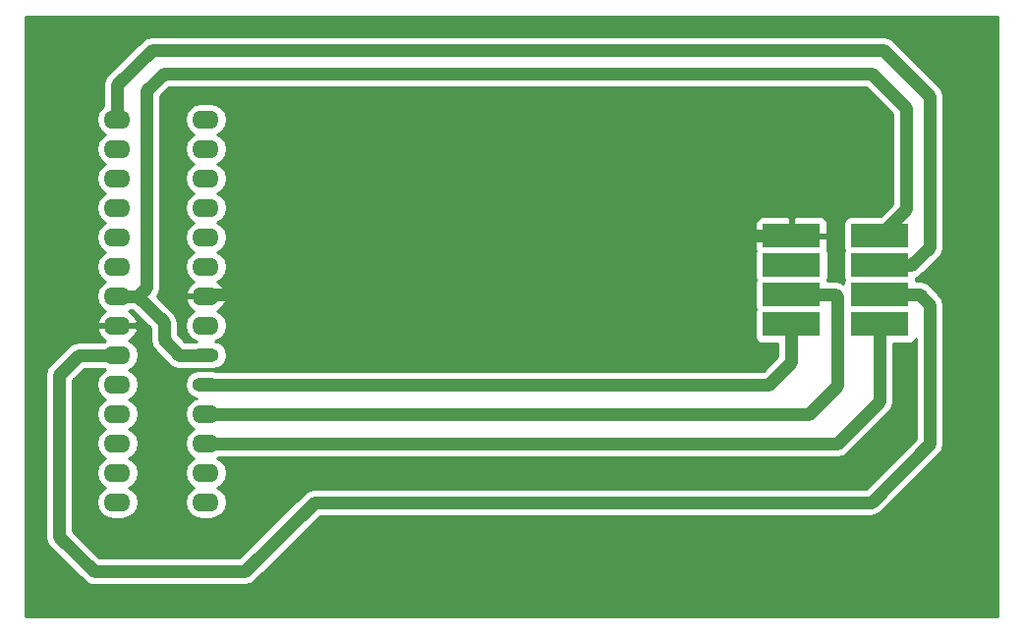
<source format=gbr>
G04 #@! TF.FileFunction,Copper,L2,Bot,Signal*
%FSLAX46Y46*%
G04 Gerber Fmt 4.6, Leading zero omitted, Abs format (unit mm)*
G04 Created by KiCad (PCBNEW 4.0.5+dfsg1-4) date Mon Apr  3 14:51:24 2017*
%MOMM*%
%LPD*%
G01*
G04 APERTURE LIST*
%ADD10C,0.100000*%
%ADD11O,2.300000X1.600000*%
%ADD12O,2.300000X1.200000*%
%ADD13R,5.000000X2.100000*%
%ADD14C,1.100000*%
%ADD15C,0.254000*%
G04 APERTURE END LIST*
D10*
D11*
X109000000Y-110000000D03*
X109000000Y-112540000D03*
X109000000Y-115080000D03*
X109000000Y-117620000D03*
X109000000Y-120160000D03*
X109000000Y-122700000D03*
X109000000Y-125240000D03*
X109000000Y-127780000D03*
X109000000Y-130320000D03*
X109000000Y-132860000D03*
X109000000Y-135400000D03*
X109000000Y-137940000D03*
X109000000Y-140480000D03*
X109000000Y-143020000D03*
X116620000Y-143020000D03*
X116620000Y-140480000D03*
X116620000Y-137940000D03*
X116620000Y-135400000D03*
D12*
X116620000Y-132860000D03*
X116620000Y-130320000D03*
D11*
X116620000Y-127780000D03*
X116620000Y-125240000D03*
X116620000Y-122700000D03*
X116620000Y-120160000D03*
X116620000Y-117620000D03*
X116620000Y-115080000D03*
X116620000Y-112540000D03*
X116620000Y-110000000D03*
D13*
X167090000Y-127660000D03*
X167090000Y-125120000D03*
X167090000Y-122580000D03*
X167090000Y-120040000D03*
X174710000Y-127660000D03*
X174710000Y-125120000D03*
X174710000Y-122580000D03*
X174710000Y-120040000D03*
X174710000Y-120040000D03*
X174710000Y-122580000D03*
X174710000Y-125120000D03*
X174710000Y-127660000D03*
X167090000Y-120040000D03*
X167090000Y-122580000D03*
X167090000Y-125120000D03*
X167090000Y-127660000D03*
D14*
X109000000Y-110000000D02*
X109000000Y-107000000D01*
X109000000Y-107000000D02*
X112000000Y-104000000D01*
X174710000Y-122580000D02*
X177420000Y-122580000D01*
X177420000Y-122580000D02*
X179000000Y-121000000D01*
X179000000Y-121000000D02*
X179000000Y-108000000D01*
X179000000Y-108000000D02*
X175000000Y-104000000D01*
X175000000Y-104000000D02*
X112000000Y-104000000D01*
X111500000Y-124500000D02*
X111500000Y-107500000D01*
X177000000Y-117750000D02*
X174710000Y-120040000D01*
X177000000Y-109000000D02*
X177000000Y-117750000D01*
X174000000Y-106000000D02*
X177000000Y-109000000D01*
X113000000Y-106000000D02*
X174000000Y-106000000D01*
X111500000Y-107500000D02*
X113000000Y-106000000D01*
X111500000Y-124500000D02*
X110760000Y-125240000D01*
X109000000Y-125240000D02*
X110760000Y-125240000D01*
X114320000Y-130320000D02*
X116620000Y-130320000D01*
X113000000Y-129000000D02*
X114320000Y-130320000D01*
X113000000Y-127480000D02*
X113000000Y-129000000D01*
X110760000Y-125240000D02*
X113000000Y-127480000D01*
X167090000Y-120040000D02*
X156040000Y-120040000D01*
X151000000Y-125080000D02*
X116780000Y-125080000D01*
X156040000Y-120040000D02*
X151000000Y-125080000D01*
X116780000Y-125080000D02*
X116620000Y-125240000D01*
X169000000Y-143000000D02*
X158000000Y-143000000D01*
X158000000Y-143000000D02*
X156000000Y-143000000D01*
X174710000Y-125120000D02*
X178120000Y-125120000D01*
X105680000Y-130320000D02*
X109000000Y-130320000D01*
X104000000Y-132000000D02*
X105680000Y-130320000D01*
X104000000Y-146000000D02*
X104000000Y-132000000D01*
X107000000Y-149000000D02*
X104000000Y-146000000D01*
X120000000Y-149000000D02*
X107000000Y-149000000D01*
X126000000Y-143000000D02*
X120000000Y-149000000D01*
X174000000Y-143000000D02*
X169000000Y-143000000D01*
X156000000Y-143000000D02*
X126000000Y-143000000D01*
X179000000Y-138000000D02*
X174000000Y-143000000D01*
X179000000Y-126000000D02*
X179000000Y-138000000D01*
X178120000Y-125120000D02*
X179000000Y-126000000D01*
X174710000Y-127660000D02*
X174710000Y-134290000D01*
X171060000Y-137940000D02*
X116620000Y-137940000D01*
X174710000Y-134290000D02*
X171060000Y-137940000D01*
X167090000Y-125120000D02*
X170880000Y-125120000D01*
X168600000Y-135400000D02*
X116620000Y-135400000D01*
X171000000Y-133000000D02*
X168600000Y-135400000D01*
X171000000Y-125240000D02*
X171000000Y-133000000D01*
X170880000Y-125120000D02*
X171000000Y-125240000D01*
X167090000Y-127660000D02*
X167090000Y-130910000D01*
X165140000Y-132860000D02*
X116620000Y-132860000D01*
X167090000Y-130910000D02*
X165140000Y-132860000D01*
D15*
G36*
X184873000Y-152873000D02*
X101127000Y-152873000D01*
X101127000Y-132000000D01*
X102814999Y-132000000D01*
X102815000Y-132000005D01*
X102815000Y-145999995D01*
X102814999Y-146000000D01*
X102905203Y-146453480D01*
X103162078Y-146837922D01*
X106162076Y-149837919D01*
X106162078Y-149837922D01*
X106546520Y-150094797D01*
X106621758Y-150109763D01*
X107000000Y-150185001D01*
X107000005Y-150185000D01*
X119999995Y-150185000D01*
X120000000Y-150185001D01*
X120453480Y-150094797D01*
X120837922Y-149837922D01*
X126490843Y-144185000D01*
X173999995Y-144185000D01*
X174000000Y-144185001D01*
X174453480Y-144094797D01*
X174837922Y-143837922D01*
X179837919Y-138837924D01*
X179837922Y-138837922D01*
X180094797Y-138453480D01*
X180109763Y-138378242D01*
X180185001Y-138000000D01*
X180185000Y-137999995D01*
X180185000Y-126000005D01*
X180185001Y-126000000D01*
X180094797Y-125546520D01*
X179974846Y-125367000D01*
X179837922Y-125162078D01*
X179837919Y-125162076D01*
X178957922Y-124282078D01*
X178573480Y-124025203D01*
X178120000Y-123934999D01*
X178119995Y-123935000D01*
X177832038Y-123935000D01*
X177814524Y-123841924D01*
X177847314Y-123680002D01*
X177873480Y-123674797D01*
X178257922Y-123417922D01*
X179837919Y-121837924D01*
X179837922Y-121837922D01*
X180094797Y-121453480D01*
X180185000Y-121000000D01*
X180185000Y-108000000D01*
X180094797Y-107546520D01*
X179837922Y-107162078D01*
X179837919Y-107162076D01*
X175837922Y-103162078D01*
X175453480Y-102905203D01*
X175000000Y-102814999D01*
X174999995Y-102815000D01*
X112000005Y-102815000D01*
X112000000Y-102814999D01*
X111621758Y-102890237D01*
X111546520Y-102905203D01*
X111162078Y-103162078D01*
X111162076Y-103162081D01*
X108162078Y-106162078D01*
X107905203Y-106546520D01*
X107814999Y-107000000D01*
X107815000Y-107000005D01*
X107815000Y-108841865D01*
X107600332Y-108985302D01*
X107289263Y-109450849D01*
X107180030Y-110000000D01*
X107289263Y-110549151D01*
X107600332Y-111014698D01*
X107982418Y-111270000D01*
X107600332Y-111525302D01*
X107289263Y-111990849D01*
X107180030Y-112540000D01*
X107289263Y-113089151D01*
X107600332Y-113554698D01*
X107982418Y-113810000D01*
X107600332Y-114065302D01*
X107289263Y-114530849D01*
X107180030Y-115080000D01*
X107289263Y-115629151D01*
X107600332Y-116094698D01*
X107982418Y-116350000D01*
X107600332Y-116605302D01*
X107289263Y-117070849D01*
X107180030Y-117620000D01*
X107289263Y-118169151D01*
X107600332Y-118634698D01*
X107982418Y-118890000D01*
X107600332Y-119145302D01*
X107289263Y-119610849D01*
X107180030Y-120160000D01*
X107289263Y-120709151D01*
X107600332Y-121174698D01*
X107982418Y-121430000D01*
X107600332Y-121685302D01*
X107289263Y-122150849D01*
X107180030Y-122700000D01*
X107289263Y-123249151D01*
X107600332Y-123714698D01*
X107982418Y-123970000D01*
X107600332Y-124225302D01*
X107289263Y-124690849D01*
X107180030Y-125240000D01*
X107289263Y-125789151D01*
X107600332Y-126254698D01*
X107978151Y-126507149D01*
X107545500Y-126855104D01*
X107275633Y-127348181D01*
X107258096Y-127430961D01*
X107380085Y-127653000D01*
X108873000Y-127653000D01*
X108873000Y-127633000D01*
X109127000Y-127633000D01*
X109127000Y-127653000D01*
X110619915Y-127653000D01*
X110741904Y-127430961D01*
X110724367Y-127348181D01*
X110454500Y-126855104D01*
X110021849Y-126507149D01*
X110144793Y-126425000D01*
X110269156Y-126425000D01*
X111815000Y-127970843D01*
X111815000Y-128999995D01*
X111814999Y-129000000D01*
X111905203Y-129453480D01*
X112162078Y-129837922D01*
X113482076Y-131157919D01*
X113482078Y-131157922D01*
X113866520Y-131414797D01*
X114320000Y-131505001D01*
X114320005Y-131505000D01*
X115783664Y-131505000D01*
X116035030Y-131555000D01*
X117204970Y-131555000D01*
X117677584Y-131460991D01*
X118078247Y-131193277D01*
X118345961Y-130792614D01*
X118439970Y-130320000D01*
X118345961Y-129847386D01*
X118078247Y-129446723D01*
X117677584Y-129179009D01*
X117431747Y-129130109D01*
X117554121Y-129105767D01*
X118019668Y-128794698D01*
X118330737Y-128329151D01*
X118439970Y-127780000D01*
X118330737Y-127230849D01*
X118019668Y-126765302D01*
X117641849Y-126512851D01*
X118074500Y-126164896D01*
X118344367Y-125671819D01*
X118361904Y-125589039D01*
X118239915Y-125367000D01*
X116747000Y-125367000D01*
X116747000Y-125387000D01*
X116493000Y-125387000D01*
X116493000Y-125367000D01*
X115000085Y-125367000D01*
X114878096Y-125589039D01*
X114895633Y-125671819D01*
X115165500Y-126164896D01*
X115598151Y-126512851D01*
X115220332Y-126765302D01*
X114909263Y-127230849D01*
X114800030Y-127780000D01*
X114909263Y-128329151D01*
X115220332Y-128794698D01*
X115685879Y-129105767D01*
X115808253Y-129130109D01*
X115783664Y-129135000D01*
X114810843Y-129135000D01*
X114185000Y-128509156D01*
X114185000Y-127480000D01*
X114094797Y-127026520D01*
X113837922Y-126642078D01*
X113837919Y-126642076D01*
X112416366Y-125220522D01*
X112594797Y-124953480D01*
X112685001Y-124500000D01*
X112685000Y-124499995D01*
X112685000Y-110000000D01*
X114800030Y-110000000D01*
X114909263Y-110549151D01*
X115220332Y-111014698D01*
X115602418Y-111270000D01*
X115220332Y-111525302D01*
X114909263Y-111990849D01*
X114800030Y-112540000D01*
X114909263Y-113089151D01*
X115220332Y-113554698D01*
X115602418Y-113810000D01*
X115220332Y-114065302D01*
X114909263Y-114530849D01*
X114800030Y-115080000D01*
X114909263Y-115629151D01*
X115220332Y-116094698D01*
X115602418Y-116350000D01*
X115220332Y-116605302D01*
X114909263Y-117070849D01*
X114800030Y-117620000D01*
X114909263Y-118169151D01*
X115220332Y-118634698D01*
X115602418Y-118890000D01*
X115220332Y-119145302D01*
X114909263Y-119610849D01*
X114800030Y-120160000D01*
X114909263Y-120709151D01*
X115220332Y-121174698D01*
X115602418Y-121430000D01*
X115220332Y-121685302D01*
X114909263Y-122150849D01*
X114800030Y-122700000D01*
X114909263Y-123249151D01*
X115220332Y-123714698D01*
X115598151Y-123967149D01*
X115165500Y-124315104D01*
X114895633Y-124808181D01*
X114878096Y-124890961D01*
X115000085Y-125113000D01*
X116493000Y-125113000D01*
X116493000Y-125093000D01*
X116747000Y-125093000D01*
X116747000Y-125113000D01*
X118239915Y-125113000D01*
X118361904Y-124890961D01*
X118344367Y-124808181D01*
X118074500Y-124315104D01*
X117641849Y-123967149D01*
X118019668Y-123714698D01*
X118330737Y-123249151D01*
X118439970Y-122700000D01*
X118330737Y-122150849D01*
X118019668Y-121685302D01*
X117637582Y-121430000D01*
X118019668Y-121174698D01*
X118330737Y-120709151D01*
X118439970Y-120160000D01*
X118330737Y-119610849D01*
X118019668Y-119145302D01*
X117637582Y-118890000D01*
X117676957Y-118863690D01*
X163955000Y-118863690D01*
X163955000Y-119754250D01*
X164113750Y-119913000D01*
X166963000Y-119913000D01*
X166963000Y-118513750D01*
X167217000Y-118513750D01*
X167217000Y-119913000D01*
X170066250Y-119913000D01*
X170225000Y-119754250D01*
X170225000Y-118863690D01*
X170128327Y-118630301D01*
X169949698Y-118451673D01*
X169716309Y-118355000D01*
X167375750Y-118355000D01*
X167217000Y-118513750D01*
X166963000Y-118513750D01*
X166804250Y-118355000D01*
X164463691Y-118355000D01*
X164230302Y-118451673D01*
X164051673Y-118630301D01*
X163955000Y-118863690D01*
X117676957Y-118863690D01*
X118019668Y-118634698D01*
X118330737Y-118169151D01*
X118439970Y-117620000D01*
X118330737Y-117070849D01*
X118019668Y-116605302D01*
X117637582Y-116350000D01*
X118019668Y-116094698D01*
X118330737Y-115629151D01*
X118439970Y-115080000D01*
X118330737Y-114530849D01*
X118019668Y-114065302D01*
X117637582Y-113810000D01*
X118019668Y-113554698D01*
X118330737Y-113089151D01*
X118439970Y-112540000D01*
X118330737Y-111990849D01*
X118019668Y-111525302D01*
X117637582Y-111270000D01*
X118019668Y-111014698D01*
X118330737Y-110549151D01*
X118439970Y-110000000D01*
X118330737Y-109450849D01*
X118019668Y-108985302D01*
X117554121Y-108674233D01*
X117004970Y-108565000D01*
X116235030Y-108565000D01*
X115685879Y-108674233D01*
X115220332Y-108985302D01*
X114909263Y-109450849D01*
X114800030Y-110000000D01*
X112685000Y-110000000D01*
X112685000Y-107990844D01*
X113490843Y-107185000D01*
X173509156Y-107185000D01*
X175815000Y-109490843D01*
X175815000Y-117259157D01*
X174731596Y-118342560D01*
X172210000Y-118342560D01*
X171974683Y-118386838D01*
X171758559Y-118525910D01*
X171613569Y-118738110D01*
X171562560Y-118990000D01*
X171562560Y-121090000D01*
X171605476Y-121318076D01*
X171562560Y-121530000D01*
X171562560Y-123630000D01*
X171605476Y-123858076D01*
X171562560Y-124070000D01*
X171562560Y-124178269D01*
X171333480Y-124025203D01*
X170880000Y-123934999D01*
X170879995Y-123935000D01*
X170212038Y-123935000D01*
X170194524Y-123841924D01*
X170237440Y-123630000D01*
X170237440Y-121530000D01*
X170193162Y-121294683D01*
X170192782Y-121294092D01*
X170225000Y-121216310D01*
X170225000Y-120325750D01*
X170066250Y-120167000D01*
X167217000Y-120167000D01*
X167217000Y-120187000D01*
X166963000Y-120187000D01*
X166963000Y-120167000D01*
X164113750Y-120167000D01*
X163955000Y-120325750D01*
X163955000Y-121216310D01*
X163989310Y-121299142D01*
X163942560Y-121530000D01*
X163942560Y-123630000D01*
X163985476Y-123858076D01*
X163942560Y-124070000D01*
X163942560Y-126170000D01*
X163985476Y-126398076D01*
X163942560Y-126610000D01*
X163942560Y-128710000D01*
X163986838Y-128945317D01*
X164125910Y-129161441D01*
X164338110Y-129306431D01*
X164590000Y-129357440D01*
X165905000Y-129357440D01*
X165905000Y-130419157D01*
X164649156Y-131675000D01*
X117456336Y-131675000D01*
X117204970Y-131625000D01*
X116035030Y-131625000D01*
X115562416Y-131719009D01*
X115161753Y-131986723D01*
X114894039Y-132387386D01*
X114800030Y-132860000D01*
X114894039Y-133332614D01*
X115161753Y-133733277D01*
X115562416Y-134000991D01*
X115808253Y-134049891D01*
X115685879Y-134074233D01*
X115220332Y-134385302D01*
X114909263Y-134850849D01*
X114800030Y-135400000D01*
X114909263Y-135949151D01*
X115220332Y-136414698D01*
X115602418Y-136670000D01*
X115220332Y-136925302D01*
X114909263Y-137390849D01*
X114800030Y-137940000D01*
X114909263Y-138489151D01*
X115220332Y-138954698D01*
X115602418Y-139210000D01*
X115220332Y-139465302D01*
X114909263Y-139930849D01*
X114800030Y-140480000D01*
X114909263Y-141029151D01*
X115220332Y-141494698D01*
X115602418Y-141750000D01*
X115220332Y-142005302D01*
X114909263Y-142470849D01*
X114800030Y-143020000D01*
X114909263Y-143569151D01*
X115220332Y-144034698D01*
X115685879Y-144345767D01*
X116235030Y-144455000D01*
X117004970Y-144455000D01*
X117554121Y-144345767D01*
X118019668Y-144034698D01*
X118330737Y-143569151D01*
X118439970Y-143020000D01*
X118330737Y-142470849D01*
X118019668Y-142005302D01*
X117637582Y-141750000D01*
X118019668Y-141494698D01*
X118330737Y-141029151D01*
X118439970Y-140480000D01*
X118330737Y-139930849D01*
X118019668Y-139465302D01*
X117637582Y-139210000D01*
X117764793Y-139125000D01*
X171059995Y-139125000D01*
X171060000Y-139125001D01*
X171513480Y-139034797D01*
X171897922Y-138777922D01*
X175547919Y-135127924D01*
X175547922Y-135127922D01*
X175804797Y-134743480D01*
X175804798Y-134743479D01*
X175895001Y-134290000D01*
X175895000Y-134289995D01*
X175895000Y-129357440D01*
X177210000Y-129357440D01*
X177445317Y-129313162D01*
X177661441Y-129174090D01*
X177806431Y-128961890D01*
X177815000Y-128919575D01*
X177815000Y-137509157D01*
X173509156Y-141815000D01*
X126000000Y-141815000D01*
X125546520Y-141905203D01*
X125162078Y-142162078D01*
X125162076Y-142162081D01*
X119509156Y-147815000D01*
X107490843Y-147815000D01*
X105185000Y-145509156D01*
X105185000Y-132490844D01*
X106170843Y-131505000D01*
X107855207Y-131505000D01*
X107982418Y-131590000D01*
X107600332Y-131845302D01*
X107289263Y-132310849D01*
X107180030Y-132860000D01*
X107289263Y-133409151D01*
X107600332Y-133874698D01*
X107982418Y-134130000D01*
X107600332Y-134385302D01*
X107289263Y-134850849D01*
X107180030Y-135400000D01*
X107289263Y-135949151D01*
X107600332Y-136414698D01*
X107982418Y-136670000D01*
X107600332Y-136925302D01*
X107289263Y-137390849D01*
X107180030Y-137940000D01*
X107289263Y-138489151D01*
X107600332Y-138954698D01*
X107982418Y-139210000D01*
X107600332Y-139465302D01*
X107289263Y-139930849D01*
X107180030Y-140480000D01*
X107289263Y-141029151D01*
X107600332Y-141494698D01*
X107982418Y-141750000D01*
X107600332Y-142005302D01*
X107289263Y-142470849D01*
X107180030Y-143020000D01*
X107289263Y-143569151D01*
X107600332Y-144034698D01*
X108065879Y-144345767D01*
X108615030Y-144455000D01*
X109384970Y-144455000D01*
X109934121Y-144345767D01*
X110399668Y-144034698D01*
X110710737Y-143569151D01*
X110819970Y-143020000D01*
X110710737Y-142470849D01*
X110399668Y-142005302D01*
X110017582Y-141750000D01*
X110399668Y-141494698D01*
X110710737Y-141029151D01*
X110819970Y-140480000D01*
X110710737Y-139930849D01*
X110399668Y-139465302D01*
X110017582Y-139210000D01*
X110399668Y-138954698D01*
X110710737Y-138489151D01*
X110819970Y-137940000D01*
X110710737Y-137390849D01*
X110399668Y-136925302D01*
X110017582Y-136670000D01*
X110399668Y-136414698D01*
X110710737Y-135949151D01*
X110819970Y-135400000D01*
X110710737Y-134850849D01*
X110399668Y-134385302D01*
X110017582Y-134130000D01*
X110399668Y-133874698D01*
X110710737Y-133409151D01*
X110819970Y-132860000D01*
X110710737Y-132310849D01*
X110399668Y-131845302D01*
X110017582Y-131590000D01*
X110399668Y-131334698D01*
X110710737Y-130869151D01*
X110819970Y-130320000D01*
X110710737Y-129770849D01*
X110399668Y-129305302D01*
X110021849Y-129052851D01*
X110454500Y-128704896D01*
X110724367Y-128211819D01*
X110741904Y-128129039D01*
X110619915Y-127907000D01*
X109127000Y-127907000D01*
X109127000Y-127927000D01*
X108873000Y-127927000D01*
X108873000Y-127907000D01*
X107380085Y-127907000D01*
X107258096Y-128129039D01*
X107275633Y-128211819D01*
X107545500Y-128704896D01*
X107978151Y-129052851D01*
X107855207Y-129135000D01*
X105680005Y-129135000D01*
X105680000Y-129134999D01*
X105301758Y-129210237D01*
X105226520Y-129225203D01*
X104842078Y-129482078D01*
X104842076Y-129482081D01*
X103162078Y-131162078D01*
X102905203Y-131546520D01*
X102814999Y-132000000D01*
X101127000Y-132000000D01*
X101127000Y-101127000D01*
X184873000Y-101127000D01*
X184873000Y-152873000D01*
X184873000Y-152873000D01*
G37*
X184873000Y-152873000D02*
X101127000Y-152873000D01*
X101127000Y-132000000D01*
X102814999Y-132000000D01*
X102815000Y-132000005D01*
X102815000Y-145999995D01*
X102814999Y-146000000D01*
X102905203Y-146453480D01*
X103162078Y-146837922D01*
X106162076Y-149837919D01*
X106162078Y-149837922D01*
X106546520Y-150094797D01*
X106621758Y-150109763D01*
X107000000Y-150185001D01*
X107000005Y-150185000D01*
X119999995Y-150185000D01*
X120000000Y-150185001D01*
X120453480Y-150094797D01*
X120837922Y-149837922D01*
X126490843Y-144185000D01*
X173999995Y-144185000D01*
X174000000Y-144185001D01*
X174453480Y-144094797D01*
X174837922Y-143837922D01*
X179837919Y-138837924D01*
X179837922Y-138837922D01*
X180094797Y-138453480D01*
X180109763Y-138378242D01*
X180185001Y-138000000D01*
X180185000Y-137999995D01*
X180185000Y-126000005D01*
X180185001Y-126000000D01*
X180094797Y-125546520D01*
X179974846Y-125367000D01*
X179837922Y-125162078D01*
X179837919Y-125162076D01*
X178957922Y-124282078D01*
X178573480Y-124025203D01*
X178120000Y-123934999D01*
X178119995Y-123935000D01*
X177832038Y-123935000D01*
X177814524Y-123841924D01*
X177847314Y-123680002D01*
X177873480Y-123674797D01*
X178257922Y-123417922D01*
X179837919Y-121837924D01*
X179837922Y-121837922D01*
X180094797Y-121453480D01*
X180185000Y-121000000D01*
X180185000Y-108000000D01*
X180094797Y-107546520D01*
X179837922Y-107162078D01*
X179837919Y-107162076D01*
X175837922Y-103162078D01*
X175453480Y-102905203D01*
X175000000Y-102814999D01*
X174999995Y-102815000D01*
X112000005Y-102815000D01*
X112000000Y-102814999D01*
X111621758Y-102890237D01*
X111546520Y-102905203D01*
X111162078Y-103162078D01*
X111162076Y-103162081D01*
X108162078Y-106162078D01*
X107905203Y-106546520D01*
X107814999Y-107000000D01*
X107815000Y-107000005D01*
X107815000Y-108841865D01*
X107600332Y-108985302D01*
X107289263Y-109450849D01*
X107180030Y-110000000D01*
X107289263Y-110549151D01*
X107600332Y-111014698D01*
X107982418Y-111270000D01*
X107600332Y-111525302D01*
X107289263Y-111990849D01*
X107180030Y-112540000D01*
X107289263Y-113089151D01*
X107600332Y-113554698D01*
X107982418Y-113810000D01*
X107600332Y-114065302D01*
X107289263Y-114530849D01*
X107180030Y-115080000D01*
X107289263Y-115629151D01*
X107600332Y-116094698D01*
X107982418Y-116350000D01*
X107600332Y-116605302D01*
X107289263Y-117070849D01*
X107180030Y-117620000D01*
X107289263Y-118169151D01*
X107600332Y-118634698D01*
X107982418Y-118890000D01*
X107600332Y-119145302D01*
X107289263Y-119610849D01*
X107180030Y-120160000D01*
X107289263Y-120709151D01*
X107600332Y-121174698D01*
X107982418Y-121430000D01*
X107600332Y-121685302D01*
X107289263Y-122150849D01*
X107180030Y-122700000D01*
X107289263Y-123249151D01*
X107600332Y-123714698D01*
X107982418Y-123970000D01*
X107600332Y-124225302D01*
X107289263Y-124690849D01*
X107180030Y-125240000D01*
X107289263Y-125789151D01*
X107600332Y-126254698D01*
X107978151Y-126507149D01*
X107545500Y-126855104D01*
X107275633Y-127348181D01*
X107258096Y-127430961D01*
X107380085Y-127653000D01*
X108873000Y-127653000D01*
X108873000Y-127633000D01*
X109127000Y-127633000D01*
X109127000Y-127653000D01*
X110619915Y-127653000D01*
X110741904Y-127430961D01*
X110724367Y-127348181D01*
X110454500Y-126855104D01*
X110021849Y-126507149D01*
X110144793Y-126425000D01*
X110269156Y-126425000D01*
X111815000Y-127970843D01*
X111815000Y-128999995D01*
X111814999Y-129000000D01*
X111905203Y-129453480D01*
X112162078Y-129837922D01*
X113482076Y-131157919D01*
X113482078Y-131157922D01*
X113866520Y-131414797D01*
X114320000Y-131505001D01*
X114320005Y-131505000D01*
X115783664Y-131505000D01*
X116035030Y-131555000D01*
X117204970Y-131555000D01*
X117677584Y-131460991D01*
X118078247Y-131193277D01*
X118345961Y-130792614D01*
X118439970Y-130320000D01*
X118345961Y-129847386D01*
X118078247Y-129446723D01*
X117677584Y-129179009D01*
X117431747Y-129130109D01*
X117554121Y-129105767D01*
X118019668Y-128794698D01*
X118330737Y-128329151D01*
X118439970Y-127780000D01*
X118330737Y-127230849D01*
X118019668Y-126765302D01*
X117641849Y-126512851D01*
X118074500Y-126164896D01*
X118344367Y-125671819D01*
X118361904Y-125589039D01*
X118239915Y-125367000D01*
X116747000Y-125367000D01*
X116747000Y-125387000D01*
X116493000Y-125387000D01*
X116493000Y-125367000D01*
X115000085Y-125367000D01*
X114878096Y-125589039D01*
X114895633Y-125671819D01*
X115165500Y-126164896D01*
X115598151Y-126512851D01*
X115220332Y-126765302D01*
X114909263Y-127230849D01*
X114800030Y-127780000D01*
X114909263Y-128329151D01*
X115220332Y-128794698D01*
X115685879Y-129105767D01*
X115808253Y-129130109D01*
X115783664Y-129135000D01*
X114810843Y-129135000D01*
X114185000Y-128509156D01*
X114185000Y-127480000D01*
X114094797Y-127026520D01*
X113837922Y-126642078D01*
X113837919Y-126642076D01*
X112416366Y-125220522D01*
X112594797Y-124953480D01*
X112685001Y-124500000D01*
X112685000Y-124499995D01*
X112685000Y-110000000D01*
X114800030Y-110000000D01*
X114909263Y-110549151D01*
X115220332Y-111014698D01*
X115602418Y-111270000D01*
X115220332Y-111525302D01*
X114909263Y-111990849D01*
X114800030Y-112540000D01*
X114909263Y-113089151D01*
X115220332Y-113554698D01*
X115602418Y-113810000D01*
X115220332Y-114065302D01*
X114909263Y-114530849D01*
X114800030Y-115080000D01*
X114909263Y-115629151D01*
X115220332Y-116094698D01*
X115602418Y-116350000D01*
X115220332Y-116605302D01*
X114909263Y-117070849D01*
X114800030Y-117620000D01*
X114909263Y-118169151D01*
X115220332Y-118634698D01*
X115602418Y-118890000D01*
X115220332Y-119145302D01*
X114909263Y-119610849D01*
X114800030Y-120160000D01*
X114909263Y-120709151D01*
X115220332Y-121174698D01*
X115602418Y-121430000D01*
X115220332Y-121685302D01*
X114909263Y-122150849D01*
X114800030Y-122700000D01*
X114909263Y-123249151D01*
X115220332Y-123714698D01*
X115598151Y-123967149D01*
X115165500Y-124315104D01*
X114895633Y-124808181D01*
X114878096Y-124890961D01*
X115000085Y-125113000D01*
X116493000Y-125113000D01*
X116493000Y-125093000D01*
X116747000Y-125093000D01*
X116747000Y-125113000D01*
X118239915Y-125113000D01*
X118361904Y-124890961D01*
X118344367Y-124808181D01*
X118074500Y-124315104D01*
X117641849Y-123967149D01*
X118019668Y-123714698D01*
X118330737Y-123249151D01*
X118439970Y-122700000D01*
X118330737Y-122150849D01*
X118019668Y-121685302D01*
X117637582Y-121430000D01*
X118019668Y-121174698D01*
X118330737Y-120709151D01*
X118439970Y-120160000D01*
X118330737Y-119610849D01*
X118019668Y-119145302D01*
X117637582Y-118890000D01*
X117676957Y-118863690D01*
X163955000Y-118863690D01*
X163955000Y-119754250D01*
X164113750Y-119913000D01*
X166963000Y-119913000D01*
X166963000Y-118513750D01*
X167217000Y-118513750D01*
X167217000Y-119913000D01*
X170066250Y-119913000D01*
X170225000Y-119754250D01*
X170225000Y-118863690D01*
X170128327Y-118630301D01*
X169949698Y-118451673D01*
X169716309Y-118355000D01*
X167375750Y-118355000D01*
X167217000Y-118513750D01*
X166963000Y-118513750D01*
X166804250Y-118355000D01*
X164463691Y-118355000D01*
X164230302Y-118451673D01*
X164051673Y-118630301D01*
X163955000Y-118863690D01*
X117676957Y-118863690D01*
X118019668Y-118634698D01*
X118330737Y-118169151D01*
X118439970Y-117620000D01*
X118330737Y-117070849D01*
X118019668Y-116605302D01*
X117637582Y-116350000D01*
X118019668Y-116094698D01*
X118330737Y-115629151D01*
X118439970Y-115080000D01*
X118330737Y-114530849D01*
X118019668Y-114065302D01*
X117637582Y-113810000D01*
X118019668Y-113554698D01*
X118330737Y-113089151D01*
X118439970Y-112540000D01*
X118330737Y-111990849D01*
X118019668Y-111525302D01*
X117637582Y-111270000D01*
X118019668Y-111014698D01*
X118330737Y-110549151D01*
X118439970Y-110000000D01*
X118330737Y-109450849D01*
X118019668Y-108985302D01*
X117554121Y-108674233D01*
X117004970Y-108565000D01*
X116235030Y-108565000D01*
X115685879Y-108674233D01*
X115220332Y-108985302D01*
X114909263Y-109450849D01*
X114800030Y-110000000D01*
X112685000Y-110000000D01*
X112685000Y-107990844D01*
X113490843Y-107185000D01*
X173509156Y-107185000D01*
X175815000Y-109490843D01*
X175815000Y-117259157D01*
X174731596Y-118342560D01*
X172210000Y-118342560D01*
X171974683Y-118386838D01*
X171758559Y-118525910D01*
X171613569Y-118738110D01*
X171562560Y-118990000D01*
X171562560Y-121090000D01*
X171605476Y-121318076D01*
X171562560Y-121530000D01*
X171562560Y-123630000D01*
X171605476Y-123858076D01*
X171562560Y-124070000D01*
X171562560Y-124178269D01*
X171333480Y-124025203D01*
X170880000Y-123934999D01*
X170879995Y-123935000D01*
X170212038Y-123935000D01*
X170194524Y-123841924D01*
X170237440Y-123630000D01*
X170237440Y-121530000D01*
X170193162Y-121294683D01*
X170192782Y-121294092D01*
X170225000Y-121216310D01*
X170225000Y-120325750D01*
X170066250Y-120167000D01*
X167217000Y-120167000D01*
X167217000Y-120187000D01*
X166963000Y-120187000D01*
X166963000Y-120167000D01*
X164113750Y-120167000D01*
X163955000Y-120325750D01*
X163955000Y-121216310D01*
X163989310Y-121299142D01*
X163942560Y-121530000D01*
X163942560Y-123630000D01*
X163985476Y-123858076D01*
X163942560Y-124070000D01*
X163942560Y-126170000D01*
X163985476Y-126398076D01*
X163942560Y-126610000D01*
X163942560Y-128710000D01*
X163986838Y-128945317D01*
X164125910Y-129161441D01*
X164338110Y-129306431D01*
X164590000Y-129357440D01*
X165905000Y-129357440D01*
X165905000Y-130419157D01*
X164649156Y-131675000D01*
X117456336Y-131675000D01*
X117204970Y-131625000D01*
X116035030Y-131625000D01*
X115562416Y-131719009D01*
X115161753Y-131986723D01*
X114894039Y-132387386D01*
X114800030Y-132860000D01*
X114894039Y-133332614D01*
X115161753Y-133733277D01*
X115562416Y-134000991D01*
X115808253Y-134049891D01*
X115685879Y-134074233D01*
X115220332Y-134385302D01*
X114909263Y-134850849D01*
X114800030Y-135400000D01*
X114909263Y-135949151D01*
X115220332Y-136414698D01*
X115602418Y-136670000D01*
X115220332Y-136925302D01*
X114909263Y-137390849D01*
X114800030Y-137940000D01*
X114909263Y-138489151D01*
X115220332Y-138954698D01*
X115602418Y-139210000D01*
X115220332Y-139465302D01*
X114909263Y-139930849D01*
X114800030Y-140480000D01*
X114909263Y-141029151D01*
X115220332Y-141494698D01*
X115602418Y-141750000D01*
X115220332Y-142005302D01*
X114909263Y-142470849D01*
X114800030Y-143020000D01*
X114909263Y-143569151D01*
X115220332Y-144034698D01*
X115685879Y-144345767D01*
X116235030Y-144455000D01*
X117004970Y-144455000D01*
X117554121Y-144345767D01*
X118019668Y-144034698D01*
X118330737Y-143569151D01*
X118439970Y-143020000D01*
X118330737Y-142470849D01*
X118019668Y-142005302D01*
X117637582Y-141750000D01*
X118019668Y-141494698D01*
X118330737Y-141029151D01*
X118439970Y-140480000D01*
X118330737Y-139930849D01*
X118019668Y-139465302D01*
X117637582Y-139210000D01*
X117764793Y-139125000D01*
X171059995Y-139125000D01*
X171060000Y-139125001D01*
X171513480Y-139034797D01*
X171897922Y-138777922D01*
X175547919Y-135127924D01*
X175547922Y-135127922D01*
X175804797Y-134743480D01*
X175804798Y-134743479D01*
X175895001Y-134290000D01*
X175895000Y-134289995D01*
X175895000Y-129357440D01*
X177210000Y-129357440D01*
X177445317Y-129313162D01*
X177661441Y-129174090D01*
X177806431Y-128961890D01*
X177815000Y-128919575D01*
X177815000Y-137509157D01*
X173509156Y-141815000D01*
X126000000Y-141815000D01*
X125546520Y-141905203D01*
X125162078Y-142162078D01*
X125162076Y-142162081D01*
X119509156Y-147815000D01*
X107490843Y-147815000D01*
X105185000Y-145509156D01*
X105185000Y-132490844D01*
X106170843Y-131505000D01*
X107855207Y-131505000D01*
X107982418Y-131590000D01*
X107600332Y-131845302D01*
X107289263Y-132310849D01*
X107180030Y-132860000D01*
X107289263Y-133409151D01*
X107600332Y-133874698D01*
X107982418Y-134130000D01*
X107600332Y-134385302D01*
X107289263Y-134850849D01*
X107180030Y-135400000D01*
X107289263Y-135949151D01*
X107600332Y-136414698D01*
X107982418Y-136670000D01*
X107600332Y-136925302D01*
X107289263Y-137390849D01*
X107180030Y-137940000D01*
X107289263Y-138489151D01*
X107600332Y-138954698D01*
X107982418Y-139210000D01*
X107600332Y-139465302D01*
X107289263Y-139930849D01*
X107180030Y-140480000D01*
X107289263Y-141029151D01*
X107600332Y-141494698D01*
X107982418Y-141750000D01*
X107600332Y-142005302D01*
X107289263Y-142470849D01*
X107180030Y-143020000D01*
X107289263Y-143569151D01*
X107600332Y-144034698D01*
X108065879Y-144345767D01*
X108615030Y-144455000D01*
X109384970Y-144455000D01*
X109934121Y-144345767D01*
X110399668Y-144034698D01*
X110710737Y-143569151D01*
X110819970Y-143020000D01*
X110710737Y-142470849D01*
X110399668Y-142005302D01*
X110017582Y-141750000D01*
X110399668Y-141494698D01*
X110710737Y-141029151D01*
X110819970Y-140480000D01*
X110710737Y-139930849D01*
X110399668Y-139465302D01*
X110017582Y-139210000D01*
X110399668Y-138954698D01*
X110710737Y-138489151D01*
X110819970Y-137940000D01*
X110710737Y-137390849D01*
X110399668Y-136925302D01*
X110017582Y-136670000D01*
X110399668Y-136414698D01*
X110710737Y-135949151D01*
X110819970Y-135400000D01*
X110710737Y-134850849D01*
X110399668Y-134385302D01*
X110017582Y-134130000D01*
X110399668Y-133874698D01*
X110710737Y-133409151D01*
X110819970Y-132860000D01*
X110710737Y-132310849D01*
X110399668Y-131845302D01*
X110017582Y-131590000D01*
X110399668Y-131334698D01*
X110710737Y-130869151D01*
X110819970Y-130320000D01*
X110710737Y-129770849D01*
X110399668Y-129305302D01*
X110021849Y-129052851D01*
X110454500Y-128704896D01*
X110724367Y-128211819D01*
X110741904Y-128129039D01*
X110619915Y-127907000D01*
X109127000Y-127907000D01*
X109127000Y-127927000D01*
X108873000Y-127927000D01*
X108873000Y-127907000D01*
X107380085Y-127907000D01*
X107258096Y-128129039D01*
X107275633Y-128211819D01*
X107545500Y-128704896D01*
X107978151Y-129052851D01*
X107855207Y-129135000D01*
X105680005Y-129135000D01*
X105680000Y-129134999D01*
X105301758Y-129210237D01*
X105226520Y-129225203D01*
X104842078Y-129482078D01*
X104842076Y-129482081D01*
X103162078Y-131162078D01*
X102905203Y-131546520D01*
X102814999Y-132000000D01*
X101127000Y-132000000D01*
X101127000Y-101127000D01*
X184873000Y-101127000D01*
X184873000Y-152873000D01*
M02*

</source>
